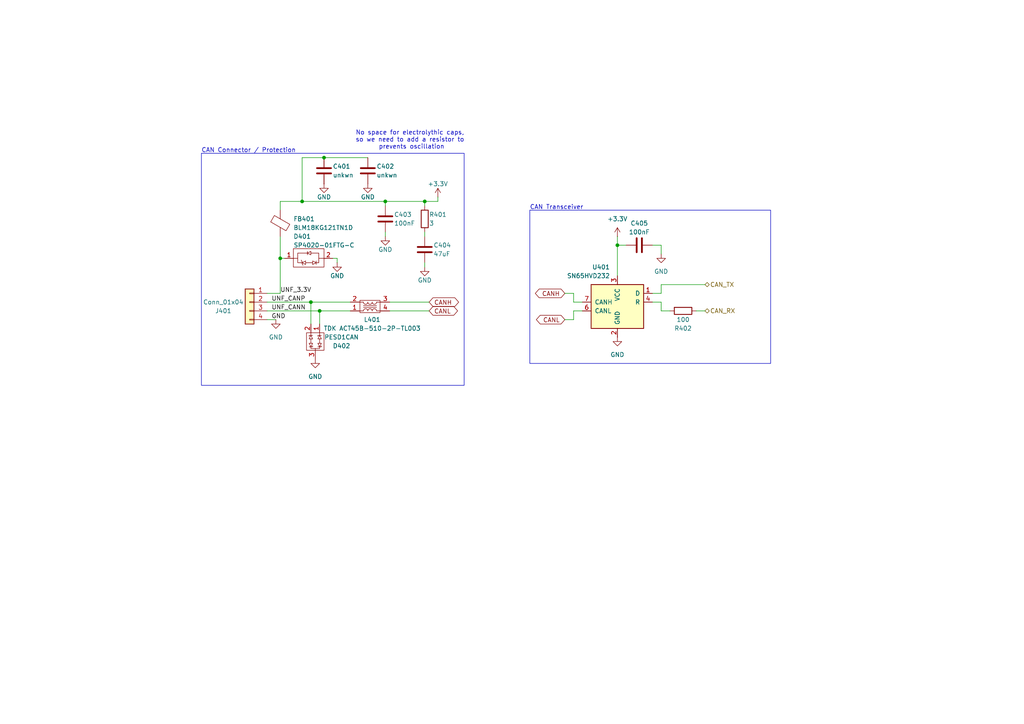
<source format=kicad_sch>
(kicad_sch
	(version 20250114)
	(generator "eeschema")
	(generator_version "9.0")
	(uuid "bc9eb291-8c0b-4e55-92d7-d2103bbb7231")
	(paper "A4")
	(title_block
		(title "DisplayBoard")
		(date "2025-10-21")
		(rev "v1.0")
		(company "DIY - Finn Ganser")
	)
	(lib_symbols
		(symbol "Connector_Generic:Conn_01x04"
			(pin_names
				(offset 1.016)
				(hide yes)
			)
			(exclude_from_sim no)
			(in_bom yes)
			(on_board yes)
			(property "Reference" "J"
				(at 0 5.08 0)
				(effects
					(font
						(size 1.27 1.27)
					)
				)
			)
			(property "Value" "Conn_01x04"
				(at 0 -7.62 0)
				(effects
					(font
						(size 1.27 1.27)
					)
				)
			)
			(property "Footprint" ""
				(at 0 0 0)
				(effects
					(font
						(size 1.27 1.27)
					)
					(hide yes)
				)
			)
			(property "Datasheet" "~"
				(at 0 0 0)
				(effects
					(font
						(size 1.27 1.27)
					)
					(hide yes)
				)
			)
			(property "Description" "Generic connector, single row, 01x04, script generated (kicad-library-utils/schlib/autogen/connector/)"
				(at 0 0 0)
				(effects
					(font
						(size 1.27 1.27)
					)
					(hide yes)
				)
			)
			(property "ki_keywords" "connector"
				(at 0 0 0)
				(effects
					(font
						(size 1.27 1.27)
					)
					(hide yes)
				)
			)
			(property "ki_fp_filters" "Connector*:*_1x??_*"
				(at 0 0 0)
				(effects
					(font
						(size 1.27 1.27)
					)
					(hide yes)
				)
			)
			(symbol "Conn_01x04_1_1"
				(rectangle
					(start -1.27 3.81)
					(end 1.27 -6.35)
					(stroke
						(width 0.254)
						(type default)
					)
					(fill
						(type background)
					)
				)
				(rectangle
					(start -1.27 2.667)
					(end 0 2.413)
					(stroke
						(width 0.1524)
						(type default)
					)
					(fill
						(type none)
					)
				)
				(rectangle
					(start -1.27 0.127)
					(end 0 -0.127)
					(stroke
						(width 0.1524)
						(type default)
					)
					(fill
						(type none)
					)
				)
				(rectangle
					(start -1.27 -2.413)
					(end 0 -2.667)
					(stroke
						(width 0.1524)
						(type default)
					)
					(fill
						(type none)
					)
				)
				(rectangle
					(start -1.27 -4.953)
					(end 0 -5.207)
					(stroke
						(width 0.1524)
						(type default)
					)
					(fill
						(type none)
					)
				)
				(pin passive line
					(at -5.08 2.54 0)
					(length 3.81)
					(name "Pin_1"
						(effects
							(font
								(size 1.27 1.27)
							)
						)
					)
					(number "1"
						(effects
							(font
								(size 1.27 1.27)
							)
						)
					)
				)
				(pin passive line
					(at -5.08 0 0)
					(length 3.81)
					(name "Pin_2"
						(effects
							(font
								(size 1.27 1.27)
							)
						)
					)
					(number "2"
						(effects
							(font
								(size 1.27 1.27)
							)
						)
					)
				)
				(pin passive line
					(at -5.08 -2.54 0)
					(length 3.81)
					(name "Pin_3"
						(effects
							(font
								(size 1.27 1.27)
							)
						)
					)
					(number "3"
						(effects
							(font
								(size 1.27 1.27)
							)
						)
					)
				)
				(pin passive line
					(at -5.08 -5.08 0)
					(length 3.81)
					(name "Pin_4"
						(effects
							(font
								(size 1.27 1.27)
							)
						)
					)
					(number "4"
						(effects
							(font
								(size 1.27 1.27)
							)
						)
					)
				)
			)
			(embedded_fonts no)
		)
		(symbol "CustomSymbols:PESD1CAN"
			(exclude_from_sim no)
			(in_bom yes)
			(on_board yes)
			(property "Reference" "D"
				(at 15.494 0.762 0)
				(effects
					(font
						(size 1.27 1.27)
					)
				)
			)
			(property "Value" "PESD1CAN"
				(at 19.812 -1.016 0)
				(effects
					(font
						(size 1.27 1.27)
					)
				)
			)
			(property "Footprint" "Package_TO_SOT_SMD:SOT-23"
				(at 0.762 -9.144 0)
				(effects
					(font
						(size 1.27 1.27)
					)
					(hide yes)
				)
			)
			(property "Datasheet" "https://www.lcsc.com/datasheet/C15771.pdf"
				(at -0.508 -9.144 0)
				(effects
					(font
						(size 1.27 1.27)
					)
					(hide yes)
				)
			)
			(property "Description" "70VC Clamp 3A@8/20us Ipp ESD DIODE SOT-23 for CAN"
				(at 0.762 -8.89 0)
				(effects
					(font
						(size 1.27 1.27)
					)
					(hide yes)
				)
			)
			(symbol "PESD1CAN_0_1"
				(rectangle
					(start -2.54 2.54)
					(end 2.54 -2.54)
					(stroke
						(width 0)
						(type default)
					)
					(fill
						(type none)
					)
				)
				(polyline
					(pts
						(xy -2.54 1.27) (xy -1.778 1.27)
					)
					(stroke
						(width 0)
						(type default)
					)
					(fill
						(type none)
					)
				)
				(polyline
					(pts
						(xy -2.54 -1.27) (xy -1.778 -1.27)
					)
					(stroke
						(width 0)
						(type default)
					)
					(fill
						(type none)
					)
				)
				(polyline
					(pts
						(xy -1.778 1.778) (xy -1.778 0.762) (xy -1.524 0.762)
					)
					(stroke
						(width 0)
						(type default)
					)
					(fill
						(type none)
					)
				)
				(polyline
					(pts
						(xy -1.778 -0.762) (xy -1.778 -1.778) (xy -1.524 -1.778)
					)
					(stroke
						(width 0)
						(type default)
					)
					(fill
						(type none)
					)
				)
				(polyline
					(pts
						(xy -0.762 1.778) (xy -1.778 1.27) (xy -0.762 0.762) (xy -0.762 1.778)
					)
					(stroke
						(width 0)
						(type default)
					)
					(fill
						(type none)
					)
				)
				(polyline
					(pts
						(xy -0.762 1.27) (xy 0.508 1.27)
					)
					(stroke
						(width 0)
						(type default)
					)
					(fill
						(type none)
					)
				)
				(polyline
					(pts
						(xy -0.762 -0.762) (xy -1.778 -1.27) (xy -0.762 -1.778) (xy -0.762 -0.762)
					)
					(stroke
						(width 0)
						(type default)
					)
					(fill
						(type none)
					)
				)
				(polyline
					(pts
						(xy -0.762 -1.27) (xy 0.508 -1.27)
					)
					(stroke
						(width 0)
						(type default)
					)
					(fill
						(type none)
					)
				)
				(polyline
					(pts
						(xy 0.508 0.762) (xy 1.524 1.27) (xy 0.508 1.778) (xy 0.508 0.762)
					)
					(stroke
						(width 0)
						(type default)
					)
					(fill
						(type none)
					)
				)
				(polyline
					(pts
						(xy 0.508 -1.778) (xy 1.524 -1.27) (xy 0.508 -0.762) (xy 0.508 -1.778)
					)
					(stroke
						(width 0)
						(type default)
					)
					(fill
						(type none)
					)
				)
				(polyline
					(pts
						(xy 1.524 1.27) (xy 2.032 1.27) (xy 2.032 -1.27) (xy 1.524 -1.27)
					)
					(stroke
						(width 0)
						(type default)
					)
					(fill
						(type none)
					)
				)
				(polyline
					(pts
						(xy 1.524 0.762) (xy 1.524 1.778) (xy 1.27 1.778)
					)
					(stroke
						(width 0)
						(type default)
					)
					(fill
						(type none)
					)
				)
				(polyline
					(pts
						(xy 1.524 -1.778) (xy 1.524 -0.762) (xy 1.27 -0.762)
					)
					(stroke
						(width 0)
						(type default)
					)
					(fill
						(type none)
					)
				)
				(polyline
					(pts
						(xy 2.032 0) (xy 2.54 0)
					)
					(stroke
						(width 0)
						(type default)
					)
					(fill
						(type none)
					)
				)
			)
			(symbol "PESD1CAN_1_1"
				(pin input line
					(at -5.08 1.27 0)
					(length 2.54)
					(name ""
						(effects
							(font
								(size 1.27 1.27)
							)
						)
					)
					(number "1"
						(effects
							(font
								(size 1.27 1.27)
							)
						)
					)
				)
				(pin input line
					(at -5.08 -1.27 0)
					(length 2.54)
					(name ""
						(effects
							(font
								(size 1.27 1.27)
							)
						)
					)
					(number "2"
						(effects
							(font
								(size 1.27 1.27)
							)
						)
					)
				)
				(pin input line
					(at 5.08 0 180)
					(length 2.54)
					(name ""
						(effects
							(font
								(size 1.27 1.27)
							)
						)
					)
					(number "3"
						(effects
							(font
								(size 1.27 1.27)
							)
						)
					)
				)
			)
			(embedded_fonts no)
		)
		(symbol "CustomSymbols:SP4020-01FTG-C"
			(exclude_from_sim no)
			(in_bom yes)
			(on_board yes)
			(property "Reference" "D"
				(at 0.254 -14.224 0)
				(effects
					(font
						(size 1.27 1.27)
					)
				)
			)
			(property "Value" "SP4020-01FTG-C"
				(at -0.508 -12.446 0)
				(effects
					(font
						(size 1.27 1.27)
					)
				)
			)
			(property "Footprint" "Resistor_SMD:R_0805_2012Metric"
				(at -0.508 -12.446 0)
				(effects
					(font
						(size 1.27 1.27)
					)
					(hide yes)
				)
			)
			(property "Datasheet" "https://www.littelfuse.com/assetdocs/littelfuse-tvs-diode-array-sp4020-datasheet?assetguid=b6e2c598-7d86-4fa2-a063-fb053ce07713"
				(at -0.508 -12.446 0)
				(effects
					(font
						(size 1.27 1.27)
					)
					(hide yes)
				)
			)
			(property "Description" "21.8V (Typ) Clamp 30A (8/20µs) Ipp Tvs Diode Surface Mount SOD-323"
				(at -0.508 -12.446 0)
				(effects
					(font
						(size 1.27 1.27)
					)
					(hide yes)
				)
			)
			(symbol "SP4020-01FTG-C_0_1"
				(polyline
					(pts
						(xy -1.778 -1.778) (xy -1.27 -2.794) (xy -0.762 -1.778) (xy -1.778 -1.778)
					)
					(stroke
						(width 0)
						(type default)
					)
					(fill
						(type none)
					)
				)
				(polyline
					(pts
						(xy -1.778 -2.794) (xy -0.762 -2.794)
					)
					(stroke
						(width 0)
						(type default)
					)
					(fill
						(type none)
					)
				)
				(polyline
					(pts
						(xy -1.524 1.27) (xy -2.032 1.016)
					)
					(stroke
						(width 0)
						(type default)
					)
					(fill
						(type none)
					)
				)
				(polyline
					(pts
						(xy -1.524 1.27) (xy -1.016 1.27)
					)
					(stroke
						(width 0)
						(type default)
					)
					(fill
						(type none)
					)
				)
				(polyline
					(pts
						(xy -1.27 0.254) (xy -1.27 -1.778)
					)
					(stroke
						(width 0)
						(type default)
					)
					(fill
						(type none)
					)
				)
				(polyline
					(pts
						(xy -1.27 -2.794) (xy -1.27 -3.556) (xy 1.524 -3.556) (xy 1.524 -1.27)
					)
					(stroke
						(width 0)
						(type default)
					)
					(fill
						(type none)
					)
				)
				(polyline
					(pts
						(xy -1.016 1.27) (xy -0.508 1.524)
					)
					(stroke
						(width 0)
						(type default)
					)
					(fill
						(type none)
					)
				)
				(polyline
					(pts
						(xy -0.762 0.254) (xy -1.27 1.27) (xy -1.778 0.254) (xy -0.762 0.254)
					)
					(stroke
						(width 0)
						(type default)
					)
					(fill
						(type none)
					)
				)
				(polyline
					(pts
						(xy 0 2.54) (xy 0 3.81)
					)
					(stroke
						(width 0)
						(type default)
					)
					(fill
						(type none)
					)
				)
				(polyline
					(pts
						(xy 0 -3.556) (xy 0 -5.08)
					)
					(stroke
						(width 0)
						(type default)
					)
					(fill
						(type none)
					)
				)
				(polyline
					(pts
						(xy 1.524 -0.254) (xy 1.524 2.54) (xy -1.27 2.54) (xy -1.27 1.27)
					)
					(stroke
						(width 0)
						(type default)
					)
					(fill
						(type none)
					)
				)
				(polyline
					(pts
						(xy 2.032 -0.254) (xy 1.016 -0.254)
					)
					(stroke
						(width 0)
						(type default)
					)
					(fill
						(type none)
					)
				)
				(polyline
					(pts
						(xy 2.032 -1.27) (xy 1.524 -0.254) (xy 1.016 -1.27) (xy 2.032 -1.27)
					)
					(stroke
						(width 0)
						(type default)
					)
					(fill
						(type none)
					)
				)
				(rectangle
					(start 2.794 3.81)
					(end -2.54 -5.08)
					(stroke
						(width 0)
						(type default)
					)
					(fill
						(type none)
					)
				)
				(polyline
					(pts
						(xy 3.556 -7.112) (xy 3.556 -7.112)
					)
					(stroke
						(width 0)
						(type default)
					)
					(fill
						(type none)
					)
				)
			)
			(symbol "SP4020-01FTG-C_1_1"
				(pin input line
					(at 0 6.35 270)
					(length 2.54)
					(name ""
						(effects
							(font
								(size 1.27 1.27)
							)
						)
					)
					(number "1"
						(effects
							(font
								(size 1.27 1.27)
							)
						)
					)
				)
				(pin output line
					(at 0 -7.62 90)
					(length 2.54)
					(name ""
						(effects
							(font
								(size 1.27 1.27)
							)
						)
					)
					(number "2"
						(effects
							(font
								(size 1.27 1.27)
							)
						)
					)
				)
			)
			(embedded_fonts no)
		)
		(symbol "CustomSymbols:TDK_ACT45B-510-2P-TL003"
			(exclude_from_sim no)
			(in_bom yes)
			(on_board yes)
			(property "Reference" "L"
				(at 0 -12.954 0)
				(effects
					(font
						(size 1.27 1.27)
					)
				)
			)
			(property "Value" "TDK ACT45B-510-2P-TL003"
				(at 0 -12.954 0)
				(effects
					(font
						(size 1.27 1.27)
					)
				)
			)
			(property "Footprint" "CustomFootprints:TDK ACT45B-510-2P-TL003"
				(at 0 0 0)
				(effects
					(font
						(size 1.27 1.27)
					)
					(hide yes)
				)
			)
			(property "Datasheet" "https://www.lcsc.com/datasheet/C76584.pdf"
				(at 0 -12.954 0)
				(effects
					(font
						(size 1.27 1.27)
					)
					(hide yes)
				)
			)
			(property "Description" "51uH@100kHz 2Line Common Mode Choke Surface Mount 4.5x3.2mm 2.8kΩ@10MHz 200mA DCR 1Ω for CAN"
				(at 0 -12.954 0)
				(effects
					(font
						(size 1.27 1.27)
					)
					(hide yes)
				)
			)
			(symbol "TDK_ACT45B-510-2P-TL003_0_1"
				(polyline
					(pts
						(xy -3.81 1.27) (xy -2.54 1.27)
					)
					(stroke
						(width 0)
						(type default)
					)
					(fill
						(type none)
					)
				)
				(rectangle
					(start -3.556 1.778)
					(end 2.286 -1.778)
					(stroke
						(width 0)
						(type default)
					)
					(fill
						(type none)
					)
				)
				(polyline
					(pts
						(xy -2.54 0.254) (xy 1.27 0.254)
					)
					(stroke
						(width 0)
						(type default)
					)
					(fill
						(type none)
					)
				)
				(polyline
					(pts
						(xy -2.54 -1.27) (xy -3.81 -1.27)
					)
					(stroke
						(width 0)
						(type default)
					)
					(fill
						(type none)
					)
				)
				(arc
					(start -1.27 1.27)
					(mid -1.905 0.6462)
					(end -2.54 1.27)
					(stroke
						(width 0)
						(type default)
					)
					(fill
						(type none)
					)
				)
				(arc
					(start -2.54 -1.27)
					(mid -1.905 -0.635)
					(end -1.27 -1.27)
					(stroke
						(width 0)
						(type default)
					)
					(fill
						(type none)
					)
				)
				(arc
					(start 0 1.27)
					(mid -0.635 0.635)
					(end -1.27 1.27)
					(stroke
						(width 0)
						(type default)
					)
					(fill
						(type none)
					)
				)
				(arc
					(start -1.27 -1.27)
					(mid -0.635 -0.635)
					(end 0 -1.27)
					(stroke
						(width 0)
						(type default)
					)
					(fill
						(type none)
					)
				)
				(arc
					(start 1.27 1.27)
					(mid 0.635 0.635)
					(end 0 1.27)
					(stroke
						(width 0)
						(type default)
					)
					(fill
						(type none)
					)
				)
				(arc
					(start 0 -1.27)
					(mid 0.635 -0.6462)
					(end 1.27 -1.27)
					(stroke
						(width 0)
						(type default)
					)
					(fill
						(type none)
					)
				)
				(polyline
					(pts
						(xy 1.27 1.27) (xy 2.54 1.27)
					)
					(stroke
						(width 0)
						(type default)
					)
					(fill
						(type none)
					)
				)
				(polyline
					(pts
						(xy 1.27 -0.254) (xy -2.54 -0.254)
					)
					(stroke
						(width 0)
						(type default)
					)
					(fill
						(type none)
					)
				)
				(polyline
					(pts
						(xy 2.54 -1.27) (xy 1.27 -1.27)
					)
					(stroke
						(width 0)
						(type default)
					)
					(fill
						(type none)
					)
				)
			)
			(symbol "TDK_ACT45B-510-2P-TL003_1_1"
				(pin input line
					(at -6.35 1.27 0)
					(length 2.54)
					(name ""
						(effects
							(font
								(size 1.27 1.27)
							)
						)
					)
					(number "1"
						(effects
							(font
								(size 1.27 1.27)
							)
						)
					)
				)
				(pin input line
					(at -6.35 -1.27 0)
					(length 2.54)
					(name ""
						(effects
							(font
								(size 1.27 1.27)
							)
						)
					)
					(number "2"
						(effects
							(font
								(size 1.27 1.27)
							)
						)
					)
				)
				(pin output line
					(at 5.08 1.27 180)
					(length 2.54)
					(name ""
						(effects
							(font
								(size 1.27 1.27)
							)
						)
					)
					(number "4"
						(effects
							(font
								(size 1.27 1.27)
							)
						)
					)
				)
				(pin output line
					(at 5.08 -1.27 180)
					(length 2.54)
					(name ""
						(effects
							(font
								(size 1.27 1.27)
							)
						)
					)
					(number "3"
						(effects
							(font
								(size 1.27 1.27)
							)
						)
					)
				)
			)
			(embedded_fonts no)
		)
		(symbol "Device:C"
			(pin_numbers
				(hide yes)
			)
			(pin_names
				(offset 0.254)
			)
			(exclude_from_sim no)
			(in_bom yes)
			(on_board yes)
			(property "Reference" "C"
				(at 0.635 2.54 0)
				(effects
					(font
						(size 1.27 1.27)
					)
					(justify left)
				)
			)
			(property "Value" "C"
				(at 0.635 -2.54 0)
				(effects
					(font
						(size 1.27 1.27)
					)
					(justify left)
				)
			)
			(property "Footprint" ""
				(at 0.9652 -3.81 0)
				(effects
					(font
						(size 1.27 1.27)
					)
					(hide yes)
				)
			)
			(property "Datasheet" "~"
				(at 0 0 0)
				(effects
					(font
						(size 1.27 1.27)
					)
					(hide yes)
				)
			)
			(property "Description" "Unpolarized capacitor"
				(at 0 0 0)
				(effects
					(font
						(size 1.27 1.27)
					)
					(hide yes)
				)
			)
			(property "ki_keywords" "cap capacitor"
				(at 0 0 0)
				(effects
					(font
						(size 1.27 1.27)
					)
					(hide yes)
				)
			)
			(property "ki_fp_filters" "C_*"
				(at 0 0 0)
				(effects
					(font
						(size 1.27 1.27)
					)
					(hide yes)
				)
			)
			(symbol "C_0_1"
				(polyline
					(pts
						(xy -2.032 0.762) (xy 2.032 0.762)
					)
					(stroke
						(width 0.508)
						(type default)
					)
					(fill
						(type none)
					)
				)
				(polyline
					(pts
						(xy -2.032 -0.762) (xy 2.032 -0.762)
					)
					(stroke
						(width 0.508)
						(type default)
					)
					(fill
						(type none)
					)
				)
			)
			(symbol "C_1_1"
				(pin passive line
					(at 0 3.81 270)
					(length 2.794)
					(name "~"
						(effects
							(font
								(size 1.27 1.27)
							)
						)
					)
					(number "1"
						(effects
							(font
								(size 1.27 1.27)
							)
						)
					)
				)
				(pin passive line
					(at 0 -3.81 90)
					(length 2.794)
					(name "~"
						(effects
							(font
								(size 1.27 1.27)
							)
						)
					)
					(number "2"
						(effects
							(font
								(size 1.27 1.27)
							)
						)
					)
				)
			)
			(embedded_fonts no)
		)
		(symbol "Device:FerriteBead"
			(pin_numbers
				(hide yes)
			)
			(pin_names
				(offset 0)
			)
			(exclude_from_sim no)
			(in_bom yes)
			(on_board yes)
			(property "Reference" "FB"
				(at -3.81 0.635 90)
				(effects
					(font
						(size 1.27 1.27)
					)
				)
			)
			(property "Value" "FerriteBead"
				(at 3.81 0 90)
				(effects
					(font
						(size 1.27 1.27)
					)
				)
			)
			(property "Footprint" ""
				(at -1.778 0 90)
				(effects
					(font
						(size 1.27 1.27)
					)
					(hide yes)
				)
			)
			(property "Datasheet" "~"
				(at 0 0 0)
				(effects
					(font
						(size 1.27 1.27)
					)
					(hide yes)
				)
			)
			(property "Description" "Ferrite bead"
				(at 0 0 0)
				(effects
					(font
						(size 1.27 1.27)
					)
					(hide yes)
				)
			)
			(property "ki_keywords" "L ferrite bead inductor filter"
				(at 0 0 0)
				(effects
					(font
						(size 1.27 1.27)
					)
					(hide yes)
				)
			)
			(property "ki_fp_filters" "Inductor_* L_* *Ferrite*"
				(at 0 0 0)
				(effects
					(font
						(size 1.27 1.27)
					)
					(hide yes)
				)
			)
			(symbol "FerriteBead_0_1"
				(polyline
					(pts
						(xy -2.7686 0.4064) (xy -1.7018 2.2606) (xy 2.7686 -0.3048) (xy 1.6764 -2.159) (xy -2.7686 0.4064)
					)
					(stroke
						(width 0)
						(type default)
					)
					(fill
						(type none)
					)
				)
				(polyline
					(pts
						(xy 0 1.27) (xy 0 1.2954)
					)
					(stroke
						(width 0)
						(type default)
					)
					(fill
						(type none)
					)
				)
				(polyline
					(pts
						(xy 0 -1.27) (xy 0 -1.2192)
					)
					(stroke
						(width 0)
						(type default)
					)
					(fill
						(type none)
					)
				)
			)
			(symbol "FerriteBead_1_1"
				(pin passive line
					(at 0 3.81 270)
					(length 2.54)
					(name "~"
						(effects
							(font
								(size 1.27 1.27)
							)
						)
					)
					(number "1"
						(effects
							(font
								(size 1.27 1.27)
							)
						)
					)
				)
				(pin passive line
					(at 0 -3.81 90)
					(length 2.54)
					(name "~"
						(effects
							(font
								(size 1.27 1.27)
							)
						)
					)
					(number "2"
						(effects
							(font
								(size 1.27 1.27)
							)
						)
					)
				)
			)
			(embedded_fonts no)
		)
		(symbol "Device:R"
			(pin_numbers
				(hide yes)
			)
			(pin_names
				(offset 0)
			)
			(exclude_from_sim no)
			(in_bom yes)
			(on_board yes)
			(property "Reference" "R"
				(at 2.032 0 90)
				(effects
					(font
						(size 1.27 1.27)
					)
				)
			)
			(property "Value" "R"
				(at 0 0 90)
				(effects
					(font
						(size 1.27 1.27)
					)
				)
			)
			(property "Footprint" ""
				(at -1.778 0 90)
				(effects
					(font
						(size 1.27 1.27)
					)
					(hide yes)
				)
			)
			(property "Datasheet" "~"
				(at 0 0 0)
				(effects
					(font
						(size 1.27 1.27)
					)
					(hide yes)
				)
			)
			(property "Description" "Resistor"
				(at 0 0 0)
				(effects
					(font
						(size 1.27 1.27)
					)
					(hide yes)
				)
			)
			(property "ki_keywords" "R res resistor"
				(at 0 0 0)
				(effects
					(font
						(size 1.27 1.27)
					)
					(hide yes)
				)
			)
			(property "ki_fp_filters" "R_*"
				(at 0 0 0)
				(effects
					(font
						(size 1.27 1.27)
					)
					(hide yes)
				)
			)
			(symbol "R_0_1"
				(rectangle
					(start -1.016 -2.54)
					(end 1.016 2.54)
					(stroke
						(width 0.254)
						(type default)
					)
					(fill
						(type none)
					)
				)
			)
			(symbol "R_1_1"
				(pin passive line
					(at 0 3.81 270)
					(length 1.27)
					(name "~"
						(effects
							(font
								(size 1.27 1.27)
							)
						)
					)
					(number "1"
						(effects
							(font
								(size 1.27 1.27)
							)
						)
					)
				)
				(pin passive line
					(at 0 -3.81 90)
					(length 1.27)
					(name "~"
						(effects
							(font
								(size 1.27 1.27)
							)
						)
					)
					(number "2"
						(effects
							(font
								(size 1.27 1.27)
							)
						)
					)
				)
			)
			(embedded_fonts no)
		)
		(symbol "Interface_CAN_LIN:SN65HVD232"
			(pin_names
				(offset 1.016)
			)
			(exclude_from_sim no)
			(in_bom yes)
			(on_board yes)
			(property "Reference" "U"
				(at -2.54 10.16 0)
				(effects
					(font
						(size 1.27 1.27)
					)
					(justify right)
				)
			)
			(property "Value" "SN65HVD232"
				(at -2.54 7.62 0)
				(effects
					(font
						(size 1.27 1.27)
					)
					(justify right)
				)
			)
			(property "Footprint" "Package_SO:SOIC-8_3.9x4.9mm_P1.27mm"
				(at 0 -12.7 0)
				(effects
					(font
						(size 1.27 1.27)
					)
					(hide yes)
				)
			)
			(property "Datasheet" "http://www.ti.com/lit/ds/symlink/sn65hvd230.pdf"
				(at -2.54 10.16 0)
				(effects
					(font
						(size 1.27 1.27)
					)
					(hide yes)
				)
			)
			(property "Description" "CAN Bus Transceivers, 3.3V, 1Mbps, SOIC-8"
				(at 0 0 0)
				(effects
					(font
						(size 1.27 1.27)
					)
					(hide yes)
				)
			)
			(property "ki_keywords" "can transeiver ti"
				(at 0 0 0)
				(effects
					(font
						(size 1.27 1.27)
					)
					(hide yes)
				)
			)
			(property "ki_fp_filters" "SOIC*3.9x4.9mm*P1.27mm*"
				(at 0 0 0)
				(effects
					(font
						(size 1.27 1.27)
					)
					(hide yes)
				)
			)
			(symbol "SN65HVD232_0_1"
				(rectangle
					(start -7.62 5.08)
					(end 7.62 -7.62)
					(stroke
						(width 0.254)
						(type default)
					)
					(fill
						(type background)
					)
				)
			)
			(symbol "SN65HVD232_1_1"
				(pin input line
					(at -10.16 2.54 0)
					(length 2.54)
					(name "D"
						(effects
							(font
								(size 1.27 1.27)
							)
						)
					)
					(number "1"
						(effects
							(font
								(size 1.27 1.27)
							)
						)
					)
				)
				(pin output line
					(at -10.16 0 0)
					(length 2.54)
					(name "R"
						(effects
							(font
								(size 1.27 1.27)
							)
						)
					)
					(number "4"
						(effects
							(font
								(size 1.27 1.27)
							)
						)
					)
				)
				(pin no_connect line
					(at -7.62 -2.54 0)
					(length 2.54)
					(hide yes)
					(name "NC"
						(effects
							(font
								(size 1.27 1.27)
							)
						)
					)
					(number "5"
						(effects
							(font
								(size 1.27 1.27)
							)
						)
					)
				)
				(pin no_connect line
					(at -7.62 -5.08 0)
					(length 2.54)
					(hide yes)
					(name "NC"
						(effects
							(font
								(size 1.27 1.27)
							)
						)
					)
					(number "8"
						(effects
							(font
								(size 1.27 1.27)
							)
						)
					)
				)
				(pin power_in line
					(at 0 7.62 270)
					(length 2.54)
					(name "VCC"
						(effects
							(font
								(size 1.27 1.27)
							)
						)
					)
					(number "3"
						(effects
							(font
								(size 1.27 1.27)
							)
						)
					)
				)
				(pin power_in line
					(at 0 -10.16 90)
					(length 2.54)
					(name "GND"
						(effects
							(font
								(size 1.27 1.27)
							)
						)
					)
					(number "2"
						(effects
							(font
								(size 1.27 1.27)
							)
						)
					)
				)
				(pin bidirectional line
					(at 10.16 0 180)
					(length 2.54)
					(name "CANH"
						(effects
							(font
								(size 1.27 1.27)
							)
						)
					)
					(number "7"
						(effects
							(font
								(size 1.27 1.27)
							)
						)
					)
				)
				(pin bidirectional line
					(at 10.16 -2.54 180)
					(length 2.54)
					(name "CANL"
						(effects
							(font
								(size 1.27 1.27)
							)
						)
					)
					(number "6"
						(effects
							(font
								(size 1.27 1.27)
							)
						)
					)
				)
			)
			(embedded_fonts no)
		)
		(symbol "power:+3.3V"
			(power)
			(pin_numbers
				(hide yes)
			)
			(pin_names
				(offset 0)
				(hide yes)
			)
			(exclude_from_sim no)
			(in_bom yes)
			(on_board yes)
			(property "Reference" "#PWR"
				(at 0 -3.81 0)
				(effects
					(font
						(size 1.27 1.27)
					)
					(hide yes)
				)
			)
			(property "Value" "+3.3V"
				(at 0 3.556 0)
				(effects
					(font
						(size 1.27 1.27)
					)
				)
			)
			(property "Footprint" ""
				(at 0 0 0)
				(effects
					(font
						(size 1.27 1.27)
					)
					(hide yes)
				)
			)
			(property "Datasheet" ""
				(at 0 0 0)
				(effects
					(font
						(size 1.27 1.27)
					)
					(hide yes)
				)
			)
			(property "Description" "Power symbol creates a global label with name \"+3.3V\""
				(at 0 0 0)
				(effects
					(font
						(size 1.27 1.27)
					)
					(hide yes)
				)
			)
			(property "ki_keywords" "global power"
				(at 0 0 0)
				(effects
					(font
						(size 1.27 1.27)
					)
					(hide yes)
				)
			)
			(symbol "+3.3V_0_1"
				(polyline
					(pts
						(xy -0.762 1.27) (xy 0 2.54)
					)
					(stroke
						(width 0)
						(type default)
					)
					(fill
						(type none)
					)
				)
				(polyline
					(pts
						(xy 0 2.54) (xy 0.762 1.27)
					)
					(stroke
						(width 0)
						(type default)
					)
					(fill
						(type none)
					)
				)
				(polyline
					(pts
						(xy 0 0) (xy 0 2.54)
					)
					(stroke
						(width 0)
						(type default)
					)
					(fill
						(type none)
					)
				)
			)
			(symbol "+3.3V_1_1"
				(pin power_in line
					(at 0 0 90)
					(length 0)
					(name "~"
						(effects
							(font
								(size 1.27 1.27)
							)
						)
					)
					(number "1"
						(effects
							(font
								(size 1.27 1.27)
							)
						)
					)
				)
			)
			(embedded_fonts no)
		)
		(symbol "power:GND"
			(power)
			(pin_numbers
				(hide yes)
			)
			(pin_names
				(offset 0)
				(hide yes)
			)
			(exclude_from_sim no)
			(in_bom yes)
			(on_board yes)
			(property "Reference" "#PWR"
				(at 0 -6.35 0)
				(effects
					(font
						(size 1.27 1.27)
					)
					(hide yes)
				)
			)
			(property "Value" "GND"
				(at 0 -3.81 0)
				(effects
					(font
						(size 1.27 1.27)
					)
				)
			)
			(property "Footprint" ""
				(at 0 0 0)
				(effects
					(font
						(size 1.27 1.27)
					)
					(hide yes)
				)
			)
			(property "Datasheet" ""
				(at 0 0 0)
				(effects
					(font
						(size 1.27 1.27)
					)
					(hide yes)
				)
			)
			(property "Description" "Power symbol creates a global label with name \"GND\" , ground"
				(at 0 0 0)
				(effects
					(font
						(size 1.27 1.27)
					)
					(hide yes)
				)
			)
			(property "ki_keywords" "global power"
				(at 0 0 0)
				(effects
					(font
						(size 1.27 1.27)
					)
					(hide yes)
				)
			)
			(symbol "GND_0_1"
				(polyline
					(pts
						(xy 0 0) (xy 0 -1.27) (xy 1.27 -1.27) (xy 0 -2.54) (xy -1.27 -1.27) (xy 0 -1.27)
					)
					(stroke
						(width 0)
						(type default)
					)
					(fill
						(type none)
					)
				)
			)
			(symbol "GND_1_1"
				(pin power_in line
					(at 0 0 270)
					(length 0)
					(name "~"
						(effects
							(font
								(size 1.27 1.27)
							)
						)
					)
					(number "1"
						(effects
							(font
								(size 1.27 1.27)
							)
						)
					)
				)
			)
			(embedded_fonts no)
		)
	)
	(rectangle
		(start 153.67 60.96)
		(end 223.52 105.41)
		(stroke
			(width 0)
			(type default)
		)
		(fill
			(type none)
		)
		(uuid 6bfad2af-72c0-40c4-8afc-b1cd32639eab)
	)
	(rectangle
		(start 58.42 44.45)
		(end 134.62 111.76)
		(stroke
			(width 0)
			(type default)
		)
		(fill
			(type none)
		)
		(uuid 982d8cc0-c606-4ab8-91f3-f16730f7036a)
	)
	(text "No space for electrolythic caps, \nso we need to add a resistor to \nprevents oscillation"
		(exclude_from_sim no)
		(at 119.38 40.64 0)
		(effects
			(font
				(size 1.27 1.27)
			)
		)
		(uuid "19e7a05f-172a-418a-8bd0-ab086e48e303")
	)
	(text "CAN Transceiver"
		(exclude_from_sim no)
		(at 153.67 60.96 0)
		(effects
			(font
				(size 1.27 1.27)
			)
			(justify left bottom)
		)
		(uuid "3dad276d-c784-4c4b-ad6b-70470d7ee771")
	)
	(text "CAN Connector / Protection"
		(exclude_from_sim no)
		(at 58.42 44.45 0)
		(effects
			(font
				(size 1.27 1.27)
			)
			(justify left bottom)
		)
		(uuid "4b16bdba-185d-483e-9b41-65c2dd2ad57d")
	)
	(junction
		(at 111.76 58.42)
		(diameter 0)
		(color 0 0 0 0)
		(uuid "27e91d4d-93f6-40a9-89bd-ceb940540fa5")
	)
	(junction
		(at 179.07 71.12)
		(diameter 0)
		(color 0 0 0 0)
		(uuid "3d135452-b6c8-4a2d-b1ce-24c3546a7c5e")
	)
	(junction
		(at 92.71 90.17)
		(diameter 0)
		(color 0 0 0 0)
		(uuid "509cb484-63f7-4c64-8b05-41da0192fc08")
	)
	(junction
		(at 81.28 74.93)
		(diameter 0)
		(color 0 0 0 0)
		(uuid "74602d77-cc09-4609-b3ba-c63676aca37c")
	)
	(junction
		(at 87.63 58.42)
		(diameter 0)
		(color 0 0 0 0)
		(uuid "97803b5b-1ff8-4680-8434-59a0046f7a26")
	)
	(junction
		(at 123.19 58.42)
		(diameter 0)
		(color 0 0 0 0)
		(uuid "a96bfba9-603e-4df2-ad27-a41befad7dec")
	)
	(junction
		(at 90.17 87.63)
		(diameter 0)
		(color 0 0 0 0)
		(uuid "c56a9d42-cd65-4dfb-8d69-c1ba82e359d6")
	)
	(junction
		(at 93.98 45.72)
		(diameter 0)
		(color 0 0 0 0)
		(uuid "f2b759d6-f29f-4dd1-a8dc-6d7aa68002ff")
	)
	(wire
		(pts
			(xy 179.07 68.58) (xy 179.07 71.12)
		)
		(stroke
			(width 0)
			(type default)
		)
		(uuid "010caa6e-c1d1-4662-8915-72e908f668cb")
	)
	(wire
		(pts
			(xy 204.47 90.17) (xy 201.93 90.17)
		)
		(stroke
			(width 0)
			(type default)
		)
		(uuid "03b83791-5145-46f1-ba86-4f941ba7065c")
	)
	(wire
		(pts
			(xy 166.37 90.17) (xy 168.91 90.17)
		)
		(stroke
			(width 0)
			(type default)
		)
		(uuid "0856b54d-3d25-46bf-9d93-6f616263a899")
	)
	(wire
		(pts
			(xy 191.77 85.09) (xy 189.23 85.09)
		)
		(stroke
			(width 0)
			(type default)
		)
		(uuid "0de92783-42fd-46f6-9a49-3f72e859b933")
	)
	(wire
		(pts
			(xy 81.28 68.58) (xy 81.28 74.93)
		)
		(stroke
			(width 0)
			(type default)
		)
		(uuid "19829056-0392-4ca7-8e78-7d53e1854035")
	)
	(wire
		(pts
			(xy 204.47 82.55) (xy 191.77 82.55)
		)
		(stroke
			(width 0)
			(type default)
		)
		(uuid "1a89c4bc-b0c5-4d5d-b863-eaa2301930bc")
	)
	(wire
		(pts
			(xy 77.47 85.09) (xy 81.28 85.09)
		)
		(stroke
			(width 0)
			(type default)
		)
		(uuid "1ee98fb9-6eb3-4c61-9889-e308c5f861f9")
	)
	(wire
		(pts
			(xy 90.17 87.63) (xy 90.17 93.98)
		)
		(stroke
			(width 0)
			(type default)
		)
		(uuid "1f463a10-623a-4565-8d2c-3d12718f4420")
	)
	(wire
		(pts
			(xy 87.63 45.72) (xy 93.98 45.72)
		)
		(stroke
			(width 0)
			(type default)
		)
		(uuid "2262b313-4fb6-4a4b-a056-c84aa8fa5762")
	)
	(wire
		(pts
			(xy 191.77 71.12) (xy 189.23 71.12)
		)
		(stroke
			(width 0)
			(type default)
		)
		(uuid "24fe616a-3e1a-4618-a760-91309c2efb91")
	)
	(wire
		(pts
			(xy 163.83 92.71) (xy 166.37 92.71)
		)
		(stroke
			(width 0)
			(type default)
		)
		(uuid "2765cd64-425f-42d2-99c3-26334ed249f7")
	)
	(wire
		(pts
			(xy 179.07 71.12) (xy 181.61 71.12)
		)
		(stroke
			(width 0)
			(type default)
		)
		(uuid "2c5e3df2-e86c-4377-bd31-92f043c8bc58")
	)
	(wire
		(pts
			(xy 111.76 58.42) (xy 111.76 59.69)
		)
		(stroke
			(width 0)
			(type default)
		)
		(uuid "2c6d04be-f958-4244-b9c2-e68e6d42fb4a")
	)
	(wire
		(pts
			(xy 123.19 67.31) (xy 123.19 68.58)
		)
		(stroke
			(width 0)
			(type default)
		)
		(uuid "4513f668-eaaf-4e4a-b4f4-acddd94dd69a")
	)
	(wire
		(pts
			(xy 166.37 92.71) (xy 166.37 90.17)
		)
		(stroke
			(width 0)
			(type default)
		)
		(uuid "4c0fc60d-ea4a-492d-afb5-7866df5e998e")
	)
	(wire
		(pts
			(xy 77.47 92.71) (xy 80.01 92.71)
		)
		(stroke
			(width 0)
			(type default)
		)
		(uuid "4eb4fac2-e594-498a-9df2-58e86dd9c97c")
	)
	(wire
		(pts
			(xy 166.37 85.09) (xy 166.37 87.63)
		)
		(stroke
			(width 0)
			(type default)
		)
		(uuid "5061c33e-1181-4c1b-b3e9-936701e35d85")
	)
	(wire
		(pts
			(xy 191.77 90.17) (xy 191.77 87.63)
		)
		(stroke
			(width 0)
			(type default)
		)
		(uuid "60aba617-deca-4dd3-a056-f77133db8215")
	)
	(wire
		(pts
			(xy 191.77 82.55) (xy 191.77 85.09)
		)
		(stroke
			(width 0)
			(type default)
		)
		(uuid "60d3209e-c3b1-4fdf-bfda-32ce786970a4")
	)
	(wire
		(pts
			(xy 127 57.15) (xy 127 58.42)
		)
		(stroke
			(width 0)
			(type default)
		)
		(uuid "6e0b5f2b-3c99-48bb-a753-35c97759d2c3")
	)
	(wire
		(pts
			(xy 191.77 87.63) (xy 189.23 87.63)
		)
		(stroke
			(width 0)
			(type default)
		)
		(uuid "706b67b4-a7b0-4d40-a228-9e5d50e9d892")
	)
	(wire
		(pts
			(xy 111.76 58.42) (xy 123.19 58.42)
		)
		(stroke
			(width 0)
			(type default)
		)
		(uuid "71895ebe-15b7-4cfc-a9ad-b776a1f78ac1")
	)
	(wire
		(pts
			(xy 113.03 90.17) (xy 124.46 90.17)
		)
		(stroke
			(width 0)
			(type default)
		)
		(uuid "724c2a00-194b-4cc4-9fd7-646d6f52bdec")
	)
	(wire
		(pts
			(xy 87.63 58.42) (xy 111.76 58.42)
		)
		(stroke
			(width 0)
			(type default)
		)
		(uuid "75c6b24b-87d6-403a-9dc9-25e64ab55ded")
	)
	(wire
		(pts
			(xy 97.79 76.2) (xy 97.79 74.93)
		)
		(stroke
			(width 0)
			(type default)
		)
		(uuid "80dd72e3-74a1-43e7-838d-b5c4c6af8dd3")
	)
	(wire
		(pts
			(xy 191.77 71.12) (xy 191.77 73.66)
		)
		(stroke
			(width 0)
			(type default)
		)
		(uuid "8160408e-d1af-4521-abbe-c2b6a3cf4262")
	)
	(wire
		(pts
			(xy 81.28 74.93) (xy 81.28 85.09)
		)
		(stroke
			(width 0)
			(type default)
		)
		(uuid "87c7031e-f32e-45de-aaaf-a9d3f1f39f00")
	)
	(wire
		(pts
			(xy 92.71 90.17) (xy 101.6 90.17)
		)
		(stroke
			(width 0)
			(type default)
		)
		(uuid "894309e5-af7b-4742-bf09-be4c40959ad7")
	)
	(wire
		(pts
			(xy 92.71 90.17) (xy 92.71 93.98)
		)
		(stroke
			(width 0)
			(type default)
		)
		(uuid "8dbc355e-68b3-4027-8fab-c0035e782780")
	)
	(wire
		(pts
			(xy 90.17 87.63) (xy 101.6 87.63)
		)
		(stroke
			(width 0)
			(type default)
		)
		(uuid "90210b9b-f44c-49c2-973d-7ffa9e4cb341")
	)
	(wire
		(pts
			(xy 123.19 77.47) (xy 123.19 76.2)
		)
		(stroke
			(width 0)
			(type default)
		)
		(uuid "922ec658-ee86-4e8c-82e7-753b6f552101")
	)
	(wire
		(pts
			(xy 82.55 74.93) (xy 81.28 74.93)
		)
		(stroke
			(width 0)
			(type default)
		)
		(uuid "955d3702-1e8d-48d9-ae05-67f6f4c93007")
	)
	(wire
		(pts
			(xy 111.76 68.58) (xy 111.76 67.31)
		)
		(stroke
			(width 0)
			(type default)
		)
		(uuid "97c9885a-47ae-4209-9d19-744fae3e308e")
	)
	(wire
		(pts
			(xy 81.28 58.42) (xy 87.63 58.42)
		)
		(stroke
			(width 0)
			(type default)
		)
		(uuid "98aba706-0264-4e79-b210-351fcdc9ca4b")
	)
	(wire
		(pts
			(xy 113.03 87.63) (xy 124.46 87.63)
		)
		(stroke
			(width 0)
			(type default)
		)
		(uuid "9f8359d7-a9dc-4a6f-a9e5-8227d3a1121e")
	)
	(wire
		(pts
			(xy 77.47 87.63) (xy 90.17 87.63)
		)
		(stroke
			(width 0)
			(type default)
		)
		(uuid "9f924679-6f70-4dab-ae01-eea7ac6123d0")
	)
	(wire
		(pts
			(xy 163.83 85.09) (xy 166.37 85.09)
		)
		(stroke
			(width 0)
			(type default)
		)
		(uuid "a38ccf0b-3e99-4b33-a17c-f47c6d982c85")
	)
	(wire
		(pts
			(xy 97.79 74.93) (xy 96.52 74.93)
		)
		(stroke
			(width 0)
			(type default)
		)
		(uuid "ac607809-ff86-493a-97e6-cb3e8e574fae")
	)
	(wire
		(pts
			(xy 87.63 45.72) (xy 87.63 58.42)
		)
		(stroke
			(width 0)
			(type default)
		)
		(uuid "aebcb7b7-9e6f-4565-9680-c9fd4871bc4c")
	)
	(wire
		(pts
			(xy 179.07 71.12) (xy 179.07 80.01)
		)
		(stroke
			(width 0)
			(type default)
		)
		(uuid "c549bfb5-f449-4482-879c-3aa02c171eab")
	)
	(wire
		(pts
			(xy 123.19 58.42) (xy 127 58.42)
		)
		(stroke
			(width 0)
			(type default)
		)
		(uuid "c9a32c77-6d78-4de6-93bb-f67198b22a3b")
	)
	(wire
		(pts
			(xy 93.98 45.72) (xy 106.68 45.72)
		)
		(stroke
			(width 0)
			(type default)
		)
		(uuid "d0e614f3-1278-4520-adee-8cbfd2e2f5ca")
	)
	(wire
		(pts
			(xy 81.28 60.96) (xy 81.28 58.42)
		)
		(stroke
			(width 0)
			(type default)
		)
		(uuid "d33fe26e-7a37-443f-be24-68d8c8304e0e")
	)
	(wire
		(pts
			(xy 194.31 90.17) (xy 191.77 90.17)
		)
		(stroke
			(width 0)
			(type default)
		)
		(uuid "d9b16277-6ffc-4ef6-b908-f6bbaeb4b3b6")
	)
	(wire
		(pts
			(xy 123.19 58.42) (xy 123.19 59.69)
		)
		(stroke
			(width 0)
			(type default)
		)
		(uuid "dbfd30d8-064e-4fbe-8fae-2f1586cfd185")
	)
	(wire
		(pts
			(xy 166.37 87.63) (xy 168.91 87.63)
		)
		(stroke
			(width 0)
			(type default)
		)
		(uuid "ef68d2ca-4e76-41db-8a4f-80d6cd569dd7")
	)
	(wire
		(pts
			(xy 77.47 90.17) (xy 92.71 90.17)
		)
		(stroke
			(width 0)
			(type default)
		)
		(uuid "f9dd3e2f-7b4d-4282-9cda-ce217a0e0f01")
	)
	(label "GND"
		(at 78.74 92.71 0)
		(effects
			(font
				(size 1.27 1.27)
			)
			(justify left bottom)
		)
		(uuid "25f58134-6d1c-47ee-af1d-fc4d00dea3bb")
	)
	(label "UNF_3.3V"
		(at 81.28 85.09 0)
		(effects
			(font
				(size 1.27 1.27)
			)
			(justify left bottom)
		)
		(uuid "50044423-0082-4525-8b3d-5521bb09cff3")
	)
	(label "UNF_CANN"
		(at 78.74 90.17 0)
		(effects
			(font
				(size 1.27 1.27)
			)
			(justify left bottom)
		)
		(uuid "8d20f412-43af-4c01-b625-a2d441ea28cf")
	)
	(label "UNF_CANP"
		(at 78.7315 87.63 0)
		(effects
			(font
				(size 1.27 1.27)
			)
			(justify left bottom)
		)
		(uuid "fac5c110-cf31-4f11-a866-e4a0ecca7683")
	)
	(global_label "CANL"
		(shape bidirectional)
		(at 124.46 90.17 0)
		(fields_autoplaced yes)
		(effects
			(font
				(size 1.27 1.27)
			)
			(justify left)
		)
		(uuid "5c15d6c1-e794-455d-9095-4cdce1758ba5")
		(property "Intersheetrefs" "${INTERSHEET_REFS}"
			(at 133.2737 90.17 0)
			(effects
				(font
					(size 1.27 1.27)
				)
				(justify left)
				(hide yes)
			)
		)
	)
	(global_label "CANH"
		(shape bidirectional)
		(at 163.83 85.09 180)
		(fields_autoplaced yes)
		(effects
			(font
				(size 1.27 1.27)
			)
			(justify right)
		)
		(uuid "799c0d58-c41d-46f3-9863-78bafa5ff209")
		(property "Intersheetrefs" "${INTERSHEET_REFS}"
			(at 154.7139 85.09 0)
			(effects
				(font
					(size 1.27 1.27)
				)
				(justify right)
				(hide yes)
			)
		)
	)
	(global_label "CANL"
		(shape bidirectional)
		(at 163.83 92.71 180)
		(fields_autoplaced yes)
		(effects
			(font
				(size 1.27 1.27)
			)
			(justify right)
		)
		(uuid "eb1a5b49-82cd-4512-aad2-e279824f3156")
		(property "Intersheetrefs" "${INTERSHEET_REFS}"
			(at 155.0163 92.71 0)
			(effects
				(font
					(size 1.27 1.27)
				)
				(justify right)
				(hide yes)
			)
		)
	)
	(global_label "CANH"
		(shape bidirectional)
		(at 124.46 87.63 0)
		(fields_autoplaced yes)
		(effects
			(font
				(size 1.27 1.27)
			)
			(justify left)
		)
		(uuid "ee506d32-0184-4fc6-9b0b-7070efdb6fb8")
		(property "Intersheetrefs" "${INTERSHEET_REFS}"
			(at 133.5761 87.63 0)
			(effects
				(font
					(size 1.27 1.27)
				)
				(justify left)
				(hide yes)
			)
		)
	)
	(hierarchical_label "CAN_TX"
		(shape bidirectional)
		(at 204.47 82.55 0)
		(effects
			(font
				(size 1.27 1.27)
			)
			(justify left)
		)
		(uuid "5d3ee3b3-43b5-469b-aff3-baf7cd467dc5")
	)
	(hierarchical_label "CAN_RX"
		(shape bidirectional)
		(at 204.47 90.17 0)
		(effects
			(font
				(size 1.27 1.27)
			)
			(justify left)
		)
		(uuid "9d7070bf-a7cb-433a-a4a2-290ce31478af")
	)
	(symbol
		(lib_id "power:GND")
		(at 93.98 53.34 0)
		(unit 1)
		(exclude_from_sim no)
		(in_bom yes)
		(on_board yes)
		(dnp no)
		(uuid "02b25828-0da3-4cb9-a013-840f86128f95")
		(property "Reference" "#PWR0403"
			(at 93.98 59.69 0)
			(effects
				(font
					(size 1.27 1.27)
				)
				(hide yes)
			)
		)
		(property "Value" "GND"
			(at 93.98 57.15 0)
			(effects
				(font
					(size 1.27 1.27)
				)
			)
		)
		(property "Footprint" ""
			(at 93.98 53.34 0)
			(effects
				(font
					(size 1.27 1.27)
				)
				(hide yes)
			)
		)
		(property "Datasheet" ""
			(at 93.98 53.34 0)
			(effects
				(font
					(size 1.27 1.27)
				)
				(hide yes)
			)
		)
		(property "Description" "Power symbol creates a global label with name \"GND\" , ground"
			(at 93.98 53.34 0)
			(effects
				(font
					(size 1.27 1.27)
				)
				(hide yes)
			)
		)
		(pin "1"
			(uuid "03cfec41-7d20-4b4c-a930-25aca073a7c3")
		)
		(instances
			(project "DisplayBoard"
				(path "/4ecff8d9-5a60-4ce9-8e7b-5b5857912994/bd2eaf73-193a-4401-9316-a8d0cd78235a"
					(reference "#PWR0403")
					(unit 1)
				)
			)
		)
	)
	(symbol
		(lib_id "Device:C")
		(at 123.19 72.39 0)
		(unit 1)
		(exclude_from_sim no)
		(in_bom yes)
		(on_board yes)
		(dnp no)
		(uuid "094998a1-661c-4f6f-a64f-50ccdf5ebaec")
		(property "Reference" "C404"
			(at 125.73 71.12 0)
			(effects
				(font
					(size 1.27 1.27)
				)
				(justify left)
			)
		)
		(property "Value" "47uF"
			(at 125.73 73.66 0)
			(effects
				(font
					(size 1.27 1.27)
				)
				(justify left)
			)
		)
		(property "Footprint" "Capacitor_SMD:C_0805_2012Metric"
			(at 124.1552 76.2 0)
			(effects
				(font
					(size 1.27 1.27)
				)
				(hide yes)
			)
		)
		(property "Datasheet" "~"
			(at 123.19 72.39 0)
			(effects
				(font
					(size 1.27 1.27)
				)
				(hide yes)
			)
		)
		(property "Description" "Unpolarized capacitor"
			(at 123.19 72.39 0)
			(effects
				(font
					(size 1.27 1.27)
				)
				(hide yes)
			)
		)
		(pin "2"
			(uuid "cc8906b8-92a0-4be5-b95e-51d4b6ca6a84")
		)
		(pin "1"
			(uuid "69f5da6b-1993-4f0f-9e5d-eec4a81c2af6")
		)
		(instances
			(project "DisplayBoard"
				(path "/4ecff8d9-5a60-4ce9-8e7b-5b5857912994/bd2eaf73-193a-4401-9316-a8d0cd78235a"
					(reference "C404")
					(unit 1)
				)
			)
		)
	)
	(symbol
		(lib_id "power:GND")
		(at 111.76 68.58 0)
		(unit 1)
		(exclude_from_sim no)
		(in_bom yes)
		(on_board yes)
		(dnp no)
		(uuid "159fb59a-e636-44fb-a04c-270aaa872568")
		(property "Reference" "#PWR0406"
			(at 111.76 74.93 0)
			(effects
				(font
					(size 1.27 1.27)
				)
				(hide yes)
			)
		)
		(property "Value" "GND"
			(at 111.76 72.39 0)
			(effects
				(font
					(size 1.27 1.27)
				)
			)
		)
		(property "Footprint" ""
			(at 111.76 68.58 0)
			(effects
				(font
					(size 1.27 1.27)
				)
				(hide yes)
			)
		)
		(property "Datasheet" ""
			(at 111.76 68.58 0)
			(effects
				(font
					(size 1.27 1.27)
				)
				(hide yes)
			)
		)
		(property "Description" "Power symbol creates a global label with name \"GND\" , ground"
			(at 111.76 68.58 0)
			(effects
				(font
					(size 1.27 1.27)
				)
				(hide yes)
			)
		)
		(pin "1"
			(uuid "98365913-f1c8-4a64-ad8d-e1bc81574d95")
		)
		(instances
			(project "DisplayBoard"
				(path "/4ecff8d9-5a60-4ce9-8e7b-5b5857912994/bd2eaf73-193a-4401-9316-a8d0cd78235a"
					(reference "#PWR0406")
					(unit 1)
				)
			)
		)
	)
	(symbol
		(lib_id "power:GND")
		(at 123.19 77.47 0)
		(unit 1)
		(exclude_from_sim no)
		(in_bom yes)
		(on_board yes)
		(dnp no)
		(uuid "1ccb6343-5dd5-4ef9-bc66-886c202cffbb")
		(property "Reference" "#PWR0407"
			(at 123.19 83.82 0)
			(effects
				(font
					(size 1.27 1.27)
				)
				(hide yes)
			)
		)
		(property "Value" "GND"
			(at 123.19 81.28 0)
			(effects
				(font
					(size 1.27 1.27)
				)
			)
		)
		(property "Footprint" ""
			(at 123.19 77.47 0)
			(effects
				(font
					(size 1.27 1.27)
				)
				(hide yes)
			)
		)
		(property "Datasheet" ""
			(at 123.19 77.47 0)
			(effects
				(font
					(size 1.27 1.27)
				)
				(hide yes)
			)
		)
		(property "Description" "Power symbol creates a global label with name \"GND\" , ground"
			(at 123.19 77.47 0)
			(effects
				(font
					(size 1.27 1.27)
				)
				(hide yes)
			)
		)
		(pin "1"
			(uuid "19039d75-5cd4-4d18-a57c-9757b8482df9")
		)
		(instances
			(project "DisplayBoard"
				(path "/4ecff8d9-5a60-4ce9-8e7b-5b5857912994/bd2eaf73-193a-4401-9316-a8d0cd78235a"
					(reference "#PWR0407")
					(unit 1)
				)
			)
		)
	)
	(symbol
		(lib_id "Device:C")
		(at 185.42 71.12 90)
		(unit 1)
		(exclude_from_sim no)
		(in_bom yes)
		(on_board yes)
		(dnp no)
		(uuid "1d86a57c-dc66-41b7-b31e-2d88dc3fcbb5")
		(property "Reference" "C405"
			(at 185.42 64.77 90)
			(effects
				(font
					(size 1.27 1.27)
				)
			)
		)
		(property "Value" "100nF"
			(at 185.42 67.31 90)
			(effects
				(font
					(size 1.27 1.27)
				)
			)
		)
		(property "Footprint" "Capacitor_SMD:C_0805_2012Metric"
			(at 189.23 70.1548 0)
			(effects
				(font
					(size 1.27 1.27)
				)
				(hide yes)
			)
		)
		(property "Datasheet" "~"
			(at 185.42 71.12 0)
			(effects
				(font
					(size 1.27 1.27)
				)
				(hide yes)
			)
		)
		(property "Description" "Unpolarized capacitor"
			(at 185.42 71.12 0)
			(effects
				(font
					(size 1.27 1.27)
				)
				(hide yes)
			)
		)
		(pin "2"
			(uuid "4561d1f1-3ecd-4de3-a70c-7d78b28b4c6c")
		)
		(pin "1"
			(uuid "fc062912-3af1-4f0d-819b-f1403fa56fa2")
		)
		(instances
			(project ""
				(path "/4ecff8d9-5a60-4ce9-8e7b-5b5857912994/bd2eaf73-193a-4401-9316-a8d0cd78235a"
					(reference "C405")
					(unit 1)
				)
			)
		)
	)
	(symbol
		(lib_id "CustomSymbols:SP4020-01FTG-C")
		(at 88.9 74.93 90)
		(unit 1)
		(exclude_from_sim no)
		(in_bom yes)
		(on_board yes)
		(dnp no)
		(uuid "2ae764d9-efc3-4aa7-8335-9aa9915a28fd")
		(property "Reference" "D401"
			(at 85.09 68.58 90)
			(effects
				(font
					(size 1.27 1.27)
				)
				(justify right)
			)
		)
		(property "Value" "SP4020-01FTG-C"
			(at 93.98 71.12 90)
			(effects
				(font
					(size 1.27 1.27)
				)
			)
		)
		(property "Footprint" "Resistor_SMD:R_0805_2012Metric"
			(at 101.346 75.438 0)
			(effects
				(font
					(size 1.27 1.27)
				)
				(hide yes)
			)
		)
		(property "Datasheet" "https://www.littelfuse.com/assetdocs/littelfuse-tvs-diode-array-sp4020-datasheet?assetguid=b6e2c598-7d86-4fa2-a063-fb053ce07713"
			(at 101.346 75.438 0)
			(effects
				(font
					(size 1.27 1.27)
				)
				(hide yes)
			)
		)
		(property "Description" "21.8V (Typ) Clamp 30A (8/20µs) Ipp Tvs Diode Surface Mount SOD-323"
			(at 101.346 75.438 0)
			(effects
				(font
					(size 1.27 1.27)
				)
				(hide yes)
			)
		)
		(pin "2"
			(uuid "2f05665f-641d-471d-ae4c-4dc7ae8d3aa0")
		)
		(pin "1"
			(uuid "cef1a68f-fd19-45bd-ba4c-e65f57f0377a")
		)
		(instances
			(project "DisplayBoard"
				(path "/4ecff8d9-5a60-4ce9-8e7b-5b5857912994/bd2eaf73-193a-4401-9316-a8d0cd78235a"
					(reference "D401")
					(unit 1)
				)
			)
		)
	)
	(symbol
		(lib_id "Device:C")
		(at 106.68 49.53 0)
		(unit 1)
		(exclude_from_sim no)
		(in_bom yes)
		(on_board yes)
		(dnp no)
		(uuid "39990e71-5f41-4ec1-9b7c-9ee963a57b1a")
		(property "Reference" "C402"
			(at 109.22 48.26 0)
			(effects
				(font
					(size 1.27 1.27)
				)
				(justify left)
			)
		)
		(property "Value" "unkwn"
			(at 109.22 50.8 0)
			(effects
				(font
					(size 1.27 1.27)
				)
				(justify left)
			)
		)
		(property "Footprint" "Capacitor_SMD:C_0805_2012Metric"
			(at 107.6452 53.34 0)
			(effects
				(font
					(size 1.27 1.27)
				)
				(hide yes)
			)
		)
		(property "Datasheet" "~"
			(at 106.68 49.53 0)
			(effects
				(font
					(size 1.27 1.27)
				)
				(hide yes)
			)
		)
		(property "Description" "Unpolarized capacitor"
			(at 106.68 49.53 0)
			(effects
				(font
					(size 1.27 1.27)
				)
				(hide yes)
			)
		)
		(pin "2"
			(uuid "1ad35663-dc17-4fd6-92ec-db016a2b08b8")
		)
		(pin "1"
			(uuid "b76193d8-6523-48e5-b249-434504502c58")
		)
		(instances
			(project "DisplayBoard"
				(path "/4ecff8d9-5a60-4ce9-8e7b-5b5857912994/bd2eaf73-193a-4401-9316-a8d0cd78235a"
					(reference "C402")
					(unit 1)
				)
			)
		)
	)
	(symbol
		(lib_id "power:GND")
		(at 97.79 76.2 0)
		(unit 1)
		(exclude_from_sim no)
		(in_bom yes)
		(on_board yes)
		(dnp no)
		(uuid "44659b50-2d85-4d4b-923c-e41f189b83ef")
		(property "Reference" "#PWR0404"
			(at 97.79 82.55 0)
			(effects
				(font
					(size 1.27 1.27)
				)
				(hide yes)
			)
		)
		(property "Value" "GND"
			(at 97.79 80.01 0)
			(effects
				(font
					(size 1.27 1.27)
				)
			)
		)
		(property "Footprint" ""
			(at 97.79 76.2 0)
			(effects
				(font
					(size 1.27 1.27)
				)
				(hide yes)
			)
		)
		(property "Datasheet" ""
			(at 97.79 76.2 0)
			(effects
				(font
					(size 1.27 1.27)
				)
				(hide yes)
			)
		)
		(property "Description" "Power symbol creates a global label with name \"GND\" , ground"
			(at 97.79 76.2 0)
			(effects
				(font
					(size 1.27 1.27)
				)
				(hide yes)
			)
		)
		(pin "1"
			(uuid "75b8de5a-cd05-4b84-a29f-979b212e6361")
		)
		(instances
			(project "DisplayBoard"
				(path "/4ecff8d9-5a60-4ce9-8e7b-5b5857912994/bd2eaf73-193a-4401-9316-a8d0cd78235a"
					(reference "#PWR0404")
					(unit 1)
				)
			)
		)
	)
	(symbol
		(lib_id "power:GND")
		(at 91.44 104.14 0)
		(unit 1)
		(exclude_from_sim no)
		(in_bom yes)
		(on_board yes)
		(dnp no)
		(fields_autoplaced yes)
		(uuid "493fd2bf-d240-4d3e-969d-4f7bb08c148d")
		(property "Reference" "#PWR0402"
			(at 91.44 110.49 0)
			(effects
				(font
					(size 1.27 1.27)
				)
				(hide yes)
			)
		)
		(property "Value" "GND"
			(at 91.44 109.22 0)
			(effects
				(font
					(size 1.27 1.27)
				)
			)
		)
		(property "Footprint" ""
			(at 91.44 104.14 0)
			(effects
				(font
					(size 1.27 1.27)
				)
				(hide yes)
			)
		)
		(property "Datasheet" ""
			(at 91.44 104.14 0)
			(effects
				(font
					(size 1.27 1.27)
				)
				(hide yes)
			)
		)
		(property "Description" "Power symbol creates a global label with name \"GND\" , ground"
			(at 91.44 104.14 0)
			(effects
				(font
					(size 1.27 1.27)
				)
				(hide yes)
			)
		)
		(pin "1"
			(uuid "2c75637b-7663-478b-8b04-07c91eee92ca")
		)
		(instances
			(project "DisplayBoard"
				(path "/4ecff8d9-5a60-4ce9-8e7b-5b5857912994/bd2eaf73-193a-4401-9316-a8d0cd78235a"
					(reference "#PWR0402")
					(unit 1)
				)
			)
		)
	)
	(symbol
		(lib_id "Device:R")
		(at 123.19 63.5 0)
		(unit 1)
		(exclude_from_sim no)
		(in_bom yes)
		(on_board yes)
		(dnp no)
		(uuid "5764f1ab-22bc-4cd7-9594-61379b2b3ed5")
		(property "Reference" "R401"
			(at 124.46 62.23 0)
			(effects
				(font
					(size 1.27 1.27)
				)
				(justify left)
			)
		)
		(property "Value" "3"
			(at 124.46 64.77 0)
			(effects
				(font
					(size 1.27 1.27)
				)
				(justify left)
			)
		)
		(property "Footprint" "Resistor_SMD:R_0603_1608Metric"
			(at 121.412 63.5 90)
			(effects
				(font
					(size 1.27 1.27)
				)
				(hide yes)
			)
		)
		(property "Datasheet" "~"
			(at 123.19 63.5 0)
			(effects
				(font
					(size 1.27 1.27)
				)
				(hide yes)
			)
		)
		(property "Description" "Resistor"
			(at 123.19 63.5 0)
			(effects
				(font
					(size 1.27 1.27)
				)
				(hide yes)
			)
		)
		(pin "2"
			(uuid "51b8326d-1e63-4f62-aaa8-7cea12b1f210")
		)
		(pin "1"
			(uuid "15205b58-1086-49b1-9dc7-043f1e50616a")
		)
		(instances
			(project ""
				(path "/4ecff8d9-5a60-4ce9-8e7b-5b5857912994/bd2eaf73-193a-4401-9316-a8d0cd78235a"
					(reference "R401")
					(unit 1)
				)
			)
		)
	)
	(symbol
		(lib_id "power:+3.3V")
		(at 179.07 68.58 0)
		(unit 1)
		(exclude_from_sim no)
		(in_bom yes)
		(on_board yes)
		(dnp no)
		(uuid "62f9efa9-87d5-4264-a740-4db979a32a39")
		(property "Reference" "#PWR0409"
			(at 179.07 72.39 0)
			(effects
				(font
					(size 1.27 1.27)
				)
				(hide yes)
			)
		)
		(property "Value" "+3.3V"
			(at 179.07 63.5 0)
			(effects
				(font
					(size 1.27 1.27)
				)
			)
		)
		(property "Footprint" ""
			(at 179.07 68.58 0)
			(effects
				(font
					(size 1.27 1.27)
				)
				(hide yes)
			)
		)
		(property "Datasheet" ""
			(at 179.07 68.58 0)
			(effects
				(font
					(size 1.27 1.27)
				)
				(hide yes)
			)
		)
		(property "Description" "Power symbol creates a global label with name \"+3.3V\""
			(at 179.07 68.58 0)
			(effects
				(font
					(size 1.27 1.27)
				)
				(hide yes)
			)
		)
		(pin "1"
			(uuid "fa638946-c328-4119-bc7a-270c2d26d4d4")
		)
		(instances
			(project "DisplayBoard"
				(path "/4ecff8d9-5a60-4ce9-8e7b-5b5857912994/bd2eaf73-193a-4401-9316-a8d0cd78235a"
					(reference "#PWR0409")
					(unit 1)
				)
			)
		)
	)
	(symbol
		(lib_id "power:GND")
		(at 106.68 53.34 0)
		(unit 1)
		(exclude_from_sim no)
		(in_bom yes)
		(on_board yes)
		(dnp no)
		(uuid "84beb484-e3c0-4961-b715-e51b98857ef4")
		(property "Reference" "#PWR0405"
			(at 106.68 59.69 0)
			(effects
				(font
					(size 1.27 1.27)
				)
				(hide yes)
			)
		)
		(property "Value" "GND"
			(at 106.68 57.15 0)
			(effects
				(font
					(size 1.27 1.27)
				)
			)
		)
		(property "Footprint" ""
			(at 106.68 53.34 0)
			(effects
				(font
					(size 1.27 1.27)
				)
				(hide yes)
			)
		)
		(property "Datasheet" ""
			(at 106.68 53.34 0)
			(effects
				(font
					(size 1.27 1.27)
				)
				(hide yes)
			)
		)
		(property "Description" "Power symbol creates a global label with name \"GND\" , ground"
			(at 106.68 53.34 0)
			(effects
				(font
					(size 1.27 1.27)
				)
				(hide yes)
			)
		)
		(pin "1"
			(uuid "4f4f132f-504b-49bb-a543-1b9d3508a4e5")
		)
		(instances
			(project "DisplayBoard"
				(path "/4ecff8d9-5a60-4ce9-8e7b-5b5857912994/bd2eaf73-193a-4401-9316-a8d0cd78235a"
					(reference "#PWR0405")
					(unit 1)
				)
			)
		)
	)
	(symbol
		(lib_id "Interface_CAN_LIN:SN65HVD232")
		(at 179.07 87.63 0)
		(mirror y)
		(unit 1)
		(exclude_from_sim no)
		(in_bom yes)
		(on_board yes)
		(dnp no)
		(uuid "850357b6-9f9a-46c6-9451-062a0dda9299")
		(property "Reference" "U401"
			(at 176.9267 77.47 0)
			(effects
				(font
					(size 1.27 1.27)
				)
				(justify left)
			)
		)
		(property "Value" "SN65HVD232"
			(at 176.9267 80.01 0)
			(effects
				(font
					(size 1.27 1.27)
				)
				(justify left)
			)
		)
		(property "Footprint" "Package_SO:SOIC-8_3.9x4.9mm_P1.27mm"
			(at 179.07 100.33 0)
			(effects
				(font
					(size 1.27 1.27)
				)
				(hide yes)
			)
		)
		(property "Datasheet" "http://www.ti.com/lit/ds/symlink/sn65hvd230.pdf"
			(at 181.61 77.47 0)
			(effects
				(font
					(size 1.27 1.27)
				)
				(hide yes)
			)
		)
		(property "Description" "CAN Bus Transceivers, 3.3V, 1Mbps, SOIC-8"
			(at 179.07 87.63 0)
			(effects
				(font
					(size 1.27 1.27)
				)
				(hide yes)
			)
		)
		(pin "4"
			(uuid "51faca59-8177-48e5-8a54-223d783996da")
		)
		(pin "1"
			(uuid "2719861d-c513-4820-bc96-ddea8d36ad18")
		)
		(pin "5"
			(uuid "4a932a46-3f94-4567-b42e-9797225a4724")
		)
		(pin "8"
			(uuid "27d57114-a711-43da-bff5-094e848b0ba0")
		)
		(pin "7"
			(uuid "534841d5-38ef-490d-bfea-2f36c69f9256")
		)
		(pin "3"
			(uuid "2fe5b14d-9079-4d16-8121-eaf692947270")
		)
		(pin "2"
			(uuid "4392acc9-4308-4045-b856-e0bfe164c3f1")
		)
		(pin "6"
			(uuid "68fed235-2771-4825-8959-54da95aeed99")
		)
		(instances
			(project ""
				(path "/4ecff8d9-5a60-4ce9-8e7b-5b5857912994/bd2eaf73-193a-4401-9316-a8d0cd78235a"
					(reference "U401")
					(unit 1)
				)
			)
		)
	)
	(symbol
		(lib_id "Connector_Generic:Conn_01x04")
		(at 72.39 87.63 0)
		(mirror y)
		(unit 1)
		(exclude_from_sim no)
		(in_bom yes)
		(on_board yes)
		(dnp no)
		(uuid "8758c95c-4c51-4525-b81f-f07ccbde11fd")
		(property "Reference" "J401"
			(at 64.77 90.17 0)
			(effects
				(font
					(size 1.27 1.27)
				)
			)
		)
		(property "Value" "Conn_01x04"
			(at 64.77 87.63 0)
			(effects
				(font
					(size 1.27 1.27)
				)
			)
		)
		(property "Footprint" "CustomFootprints:JST_PH_B4B_SM4_TB"
			(at 72.39 87.63 0)
			(effects
				(font
					(size 1.27 1.27)
				)
				(hide yes)
			)
		)
		(property "Datasheet" "~"
			(at 72.39 87.63 0)
			(effects
				(font
					(size 1.27 1.27)
				)
				(hide yes)
			)
		)
		(property "Description" "Generic connector, single row, 01x04, script generated (kicad-library-utils/schlib/autogen/connector/)"
			(at 72.39 87.63 0)
			(effects
				(font
					(size 1.27 1.27)
				)
				(hide yes)
			)
		)
		(pin "1"
			(uuid "d5cdd4b6-96b9-4eee-a118-29a23c745f08")
		)
		(pin "2"
			(uuid "ec9cfd90-e42d-4b85-bbf5-643a17f78374")
		)
		(pin "3"
			(uuid "33c8dff6-0235-4116-a34e-7f20781ca2fc")
		)
		(pin "4"
			(uuid "2dbfef48-13f1-42f5-9ff8-15f3255d30e4")
		)
		(instances
			(project "DisplayBoard"
				(path "/4ecff8d9-5a60-4ce9-8e7b-5b5857912994/bd2eaf73-193a-4401-9316-a8d0cd78235a"
					(reference "J401")
					(unit 1)
				)
			)
		)
	)
	(symbol
		(lib_id "power:GND")
		(at 80.01 92.71 0)
		(unit 1)
		(exclude_from_sim no)
		(in_bom yes)
		(on_board yes)
		(dnp no)
		(fields_autoplaced yes)
		(uuid "9012346f-e928-4dfc-bf91-3e4b89151489")
		(property "Reference" "#PWR0401"
			(at 80.01 99.06 0)
			(effects
				(font
					(size 1.27 1.27)
				)
				(hide yes)
			)
		)
		(property "Value" "GND"
			(at 80.01 97.79 0)
			(effects
				(font
					(size 1.27 1.27)
				)
			)
		)
		(property "Footprint" ""
			(at 80.01 92.71 0)
			(effects
				(font
					(size 1.27 1.27)
				)
				(hide yes)
			)
		)
		(property "Datasheet" ""
			(at 80.01 92.71 0)
			(effects
				(font
					(size 1.27 1.27)
				)
				(hide yes)
			)
		)
		(property "Description" "Power symbol creates a global label with name \"GND\" , ground"
			(at 80.01 92.71 0)
			(effects
				(font
					(size 1.27 1.27)
				)
				(hide yes)
			)
		)
		(pin "1"
			(uuid "1b6708ed-3487-4ad7-95d0-32b9f6b465f0")
		)
		(instances
			(project ""
				(path "/4ecff8d9-5a60-4ce9-8e7b-5b5857912994/bd2eaf73-193a-4401-9316-a8d0cd78235a"
					(reference "#PWR0401")
					(unit 1)
				)
			)
		)
	)
	(symbol
		(lib_id "Device:C")
		(at 93.98 49.53 0)
		(unit 1)
		(exclude_from_sim no)
		(in_bom yes)
		(on_board yes)
		(dnp no)
		(uuid "92d4496a-7d86-421d-b8f8-45552670c988")
		(property "Reference" "C401"
			(at 96.52 48.26 0)
			(effects
				(font
					(size 1.27 1.27)
				)
				(justify left)
			)
		)
		(property "Value" "unkwn"
			(at 96.52 50.8 0)
			(effects
				(font
					(size 1.27 1.27)
				)
				(justify left)
			)
		)
		(property "Footprint" "Capacitor_SMD:C_0805_2012Metric"
			(at 94.9452 53.34 0)
			(effects
				(font
					(size 1.27 1.27)
				)
				(hide yes)
			)
		)
		(property "Datasheet" "~"
			(at 93.98 49.53 0)
			(effects
				(font
					(size 1.27 1.27)
				)
				(hide yes)
			)
		)
		(property "Description" "Unpolarized capacitor"
			(at 93.98 49.53 0)
			(effects
				(font
					(size 1.27 1.27)
				)
				(hide yes)
			)
		)
		(pin "2"
			(uuid "2efc828f-1fc7-409f-b91e-3840d390d8d5")
		)
		(pin "1"
			(uuid "16396aa4-c1a5-418f-8c50-e233637be018")
		)
		(instances
			(project "DisplayBoard"
				(path "/4ecff8d9-5a60-4ce9-8e7b-5b5857912994/bd2eaf73-193a-4401-9316-a8d0cd78235a"
					(reference "C401")
					(unit 1)
				)
			)
		)
	)
	(symbol
		(lib_id "power:GND")
		(at 179.07 97.79 0)
		(unit 1)
		(exclude_from_sim no)
		(in_bom yes)
		(on_board yes)
		(dnp no)
		(fields_autoplaced yes)
		(uuid "9d2a27b7-890b-459c-9e8a-7dbb11aa8ae3")
		(property "Reference" "#PWR0410"
			(at 179.07 104.14 0)
			(effects
				(font
					(size 1.27 1.27)
				)
				(hide yes)
			)
		)
		(property "Value" "GND"
			(at 179.07 102.87 0)
			(effects
				(font
					(size 1.27 1.27)
				)
			)
		)
		(property "Footprint" ""
			(at 179.07 97.79 0)
			(effects
				(font
					(size 1.27 1.27)
				)
				(hide yes)
			)
		)
		(property "Datasheet" ""
			(at 179.07 97.79 0)
			(effects
				(font
					(size 1.27 1.27)
				)
				(hide yes)
			)
		)
		(property "Description" "Power symbol creates a global label with name \"GND\" , ground"
			(at 179.07 97.79 0)
			(effects
				(font
					(size 1.27 1.27)
				)
				(hide yes)
			)
		)
		(pin "1"
			(uuid "0eaf03b2-ff8f-4e8f-9351-a467a2abeb89")
		)
		(instances
			(project "DisplayBoard"
				(path "/4ecff8d9-5a60-4ce9-8e7b-5b5857912994/bd2eaf73-193a-4401-9316-a8d0cd78235a"
					(reference "#PWR0410")
					(unit 1)
				)
			)
		)
	)
	(symbol
		(lib_id "Device:C")
		(at 111.76 63.5 0)
		(unit 1)
		(exclude_from_sim no)
		(in_bom yes)
		(on_board yes)
		(dnp no)
		(uuid "9e03a2f1-a116-4a78-80ec-d41e70f3721b")
		(property "Reference" "C403"
			(at 114.3 62.23 0)
			(effects
				(font
					(size 1.27 1.27)
				)
				(justify left)
			)
		)
		(property "Value" "100nF"
			(at 114.3 64.77 0)
			(effects
				(font
					(size 1.27 1.27)
				)
				(justify left)
			)
		)
		(property "Footprint" "Capacitor_SMD:C_0805_2012Metric"
			(at 112.7252 67.31 0)
			(effects
				(font
					(size 1.27 1.27)
				)
				(hide yes)
			)
		)
		(property "Datasheet" "~"
			(at 111.76 63.5 0)
			(effects
				(font
					(size 1.27 1.27)
				)
				(hide yes)
			)
		)
		(property "Description" "Unpolarized capacitor"
			(at 111.76 63.5 0)
			(effects
				(font
					(size 1.27 1.27)
				)
				(hide yes)
			)
		)
		(pin "2"
			(uuid "7cff995c-e69e-4d40-9537-97545911e587")
		)
		(pin "1"
			(uuid "0a2c4b65-2132-4fbe-9ae1-033519b14f40")
		)
		(instances
			(project ""
				(path "/4ecff8d9-5a60-4ce9-8e7b-5b5857912994/bd2eaf73-193a-4401-9316-a8d0cd78235a"
					(reference "C403")
					(unit 1)
				)
			)
		)
	)
	(symbol
		(lib_id "Device:R")
		(at 198.12 90.17 90)
		(unit 1)
		(exclude_from_sim no)
		(in_bom yes)
		(on_board yes)
		(dnp no)
		(uuid "a60917fe-8d55-42c6-aff6-eea4060ba905")
		(property "Reference" "R402"
			(at 198.12 95.25 90)
			(effects
				(font
					(size 1.27 1.27)
				)
			)
		)
		(property "Value" "100"
			(at 198.12 92.71 90)
			(effects
				(font
					(size 1.27 1.27)
				)
			)
		)
		(property "Footprint" "Resistor_SMD:R_0603_1608Metric"
			(at 198.12 91.948 90)
			(effects
				(font
					(size 1.27 1.27)
				)
				(hide yes)
			)
		)
		(property "Datasheet" "~"
			(at 198.12 90.17 0)
			(effects
				(font
					(size 1.27 1.27)
				)
				(hide yes)
			)
		)
		(property "Description" "Resistor"
			(at 198.12 90.17 0)
			(effects
				(font
					(size 1.27 1.27)
				)
				(hide yes)
			)
		)
		(pin "1"
			(uuid "6afbcae0-47bf-4da1-b4a0-5e5909aeff4a")
		)
		(pin "2"
			(uuid "fae6ab98-542a-408c-9333-ae2715ddcd8f")
		)
		(instances
			(project ""
				(path "/4ecff8d9-5a60-4ce9-8e7b-5b5857912994/bd2eaf73-193a-4401-9316-a8d0cd78235a"
					(reference "R402")
					(unit 1)
				)
			)
		)
	)
	(symbol
		(lib_id "power:GND")
		(at 191.77 73.66 0)
		(unit 1)
		(exclude_from_sim no)
		(in_bom yes)
		(on_board yes)
		(dnp no)
		(fields_autoplaced yes)
		(uuid "bc831cde-2bc0-4acb-912b-4dc3ef1e22eb")
		(property "Reference" "#PWR0411"
			(at 191.77 80.01 0)
			(effects
				(font
					(size 1.27 1.27)
				)
				(hide yes)
			)
		)
		(property "Value" "GND"
			(at 191.77 78.74 0)
			(effects
				(font
					(size 1.27 1.27)
				)
			)
		)
		(property "Footprint" ""
			(at 191.77 73.66 0)
			(effects
				(font
					(size 1.27 1.27)
				)
				(hide yes)
			)
		)
		(property "Datasheet" ""
			(at 191.77 73.66 0)
			(effects
				(font
					(size 1.27 1.27)
				)
				(hide yes)
			)
		)
		(property "Description" "Power symbol creates a global label with name \"GND\" , ground"
			(at 191.77 73.66 0)
			(effects
				(font
					(size 1.27 1.27)
				)
				(hide yes)
			)
		)
		(pin "1"
			(uuid "e89a029b-9227-4f9c-82b2-aad6eb1eae0c")
		)
		(instances
			(project "DisplayBoard"
				(path "/4ecff8d9-5a60-4ce9-8e7b-5b5857912994/bd2eaf73-193a-4401-9316-a8d0cd78235a"
					(reference "#PWR0411")
					(unit 1)
				)
			)
		)
	)
	(symbol
		(lib_id "Device:FerriteBead")
		(at 81.28 64.77 0)
		(unit 1)
		(exclude_from_sim no)
		(in_bom yes)
		(on_board yes)
		(dnp no)
		(uuid "c272e6c2-3171-437a-96f0-559ba36799d8")
		(property "Reference" "FB401"
			(at 85.09 63.5 0)
			(effects
				(font
					(size 1.27 1.27)
				)
				(justify left)
			)
		)
		(property "Value" "BLM18KG121TN1D"
			(at 85.09 66.04 0)
			(effects
				(font
					(size 1.27 1.27)
				)
				(justify left)
			)
		)
		(property "Footprint" "Inductor_SMD:L_0603_1608Metric"
			(at 79.502 64.77 90)
			(effects
				(font
					(size 1.27 1.27)
				)
				(hide yes)
			)
		)
		(property "Datasheet" "~"
			(at 81.28 64.77 0)
			(effects
				(font
					(size 1.27 1.27)
				)
				(hide yes)
			)
		)
		(property "Description" "Ferrite bead"
			(at 81.28 64.77 0)
			(effects
				(font
					(size 1.27 1.27)
				)
				(hide yes)
			)
		)
		(pin "1"
			(uuid "8ff1ed77-f27d-4709-ad43-942f85502640")
		)
		(pin "2"
			(uuid "0c2ce178-356d-46fe-acd0-64d92a7dc90f")
		)
		(instances
			(project "DisplayBoard"
				(path "/4ecff8d9-5a60-4ce9-8e7b-5b5857912994/bd2eaf73-193a-4401-9316-a8d0cd78235a"
					(reference "FB401")
					(unit 1)
				)
			)
		)
	)
	(symbol
		(lib_id "CustomSymbols:TDK_ACT45B-510-2P-TL003")
		(at 107.95 88.9 0)
		(mirror x)
		(unit 1)
		(exclude_from_sim no)
		(in_bom yes)
		(on_board yes)
		(dnp no)
		(uuid "c7b49a29-a40e-4132-b607-74fcbab091b2")
		(property "Reference" "L401"
			(at 107.95 92.71 0)
			(effects
				(font
					(size 1.27 1.27)
				)
			)
		)
		(property "Value" "TDK ACT45B-510-2P-TL003"
			(at 107.95 95.25 0)
			(effects
				(font
					(size 1.27 1.27)
				)
			)
		)
		(property "Footprint" "CustomFootprints:TDK ACT45B-510-2P-TL003"
			(at 107.95 88.9 0)
			(effects
				(font
					(size 1.27 1.27)
				)
				(hide yes)
			)
		)
		(property "Datasheet" "https://www.lcsc.com/datasheet/C76584.pdf"
			(at 107.95 75.946 0)
			(effects
				(font
					(size 1.27 1.27)
				)
				(hide yes)
			)
		)
		(property "Description" "51uH@100kHz 2Line Common Mode Choke Surface Mount 4.5x3.2mm 2.8kΩ@10MHz 200mA DCR 1Ω for CAN"
			(at 107.95 75.946 0)
			(effects
				(font
					(size 1.27 1.27)
				)
				(hide yes)
			)
		)
		(pin "2"
			(uuid "8a1310f5-2c7a-4b3e-823a-f86446280158")
		)
		(pin "3"
			(uuid "bcb65d65-4ba6-4696-84f3-dcf4abada883")
		)
		(pin "1"
			(uuid "82f26323-08a2-4cd4-acaa-4221bbcb3c78")
		)
		(pin "4"
			(uuid "62f817f5-407d-4224-bbf2-61cc589d0d30")
		)
		(instances
			(project ""
				(path "/4ecff8d9-5a60-4ce9-8e7b-5b5857912994/bd2eaf73-193a-4401-9316-a8d0cd78235a"
					(reference "L401")
					(unit 1)
				)
			)
		)
	)
	(symbol
		(lib_id "power:+3.3V")
		(at 127 57.15 0)
		(unit 1)
		(exclude_from_sim no)
		(in_bom yes)
		(on_board yes)
		(dnp no)
		(uuid "d9dd4c1f-5107-4350-b571-e7b7a438ada4")
		(property "Reference" "#PWR0408"
			(at 127 60.96 0)
			(effects
				(font
					(size 1.27 1.27)
				)
				(hide yes)
			)
		)
		(property "Value" "+3.3V"
			(at 127 53.34 0)
			(effects
				(font
					(size 1.27 1.27)
				)
			)
		)
		(property "Footprint" ""
			(at 127 57.15 0)
			(effects
				(font
					(size 1.27 1.27)
				)
				(hide yes)
			)
		)
		(property "Datasheet" ""
			(at 127 57.15 0)
			(effects
				(font
					(size 1.27 1.27)
				)
				(hide yes)
			)
		)
		(property "Description" "Power symbol creates a global label with name \"+3.3V\""
			(at 127 57.15 0)
			(effects
				(font
					(size 1.27 1.27)
				)
				(hide yes)
			)
		)
		(pin "1"
			(uuid "6bba362e-95dd-4f31-bc93-620c0e3f6f1e")
		)
		(instances
			(project "DisplayBoard"
				(path "/4ecff8d9-5a60-4ce9-8e7b-5b5857912994/bd2eaf73-193a-4401-9316-a8d0cd78235a"
					(reference "#PWR0408")
					(unit 1)
				)
			)
		)
	)
	(symbol
		(lib_id "CustomSymbols:PESD1CAN")
		(at 91.44 99.06 270)
		(unit 1)
		(exclude_from_sim no)
		(in_bom yes)
		(on_board yes)
		(dnp no)
		(uuid "f510c41b-4d65-4d78-9919-2a7ba29da120")
		(property "Reference" "D402"
			(at 99.06 100.33 90)
			(effects
				(font
					(size 1.27 1.27)
				)
			)
		)
		(property "Value" "PESD1CAN"
			(at 99.06 97.79 90)
			(effects
				(font
					(size 1.27 1.27)
				)
			)
		)
		(property "Footprint" "Package_TO_SOT_SMD:SOT-23"
			(at 82.296 99.822 0)
			(effects
				(font
					(size 1.27 1.27)
				)
				(hide yes)
			)
		)
		(property "Datasheet" "https://www.lcsc.com/datasheet/C15771.pdf"
			(at 82.296 98.552 0)
			(effects
				(font
					(size 1.27 1.27)
				)
				(hide yes)
			)
		)
		(property "Description" "70VC Clamp 3A@8/20us Ipp ESD DIODE SOT-23 for CAN"
			(at 82.55 99.822 0)
			(effects
				(font
					(size 1.27 1.27)
				)
				(hide yes)
			)
		)
		(pin "3"
			(uuid "c738a467-fc72-4a67-9dbb-decaf8b8ad6f")
		)
		(pin "2"
			(uuid "8f6da5f6-11e5-4e3f-9990-deebf8d6ce31")
		)
		(pin "1"
			(uuid "f858d4be-1526-4027-a110-218f8ecc3d20")
		)
		(instances
			(project "DisplayBoard"
				(path "/4ecff8d9-5a60-4ce9-8e7b-5b5857912994/bd2eaf73-193a-4401-9316-a8d0cd78235a"
					(reference "D402")
					(unit 1)
				)
			)
		)
	)
)

</source>
